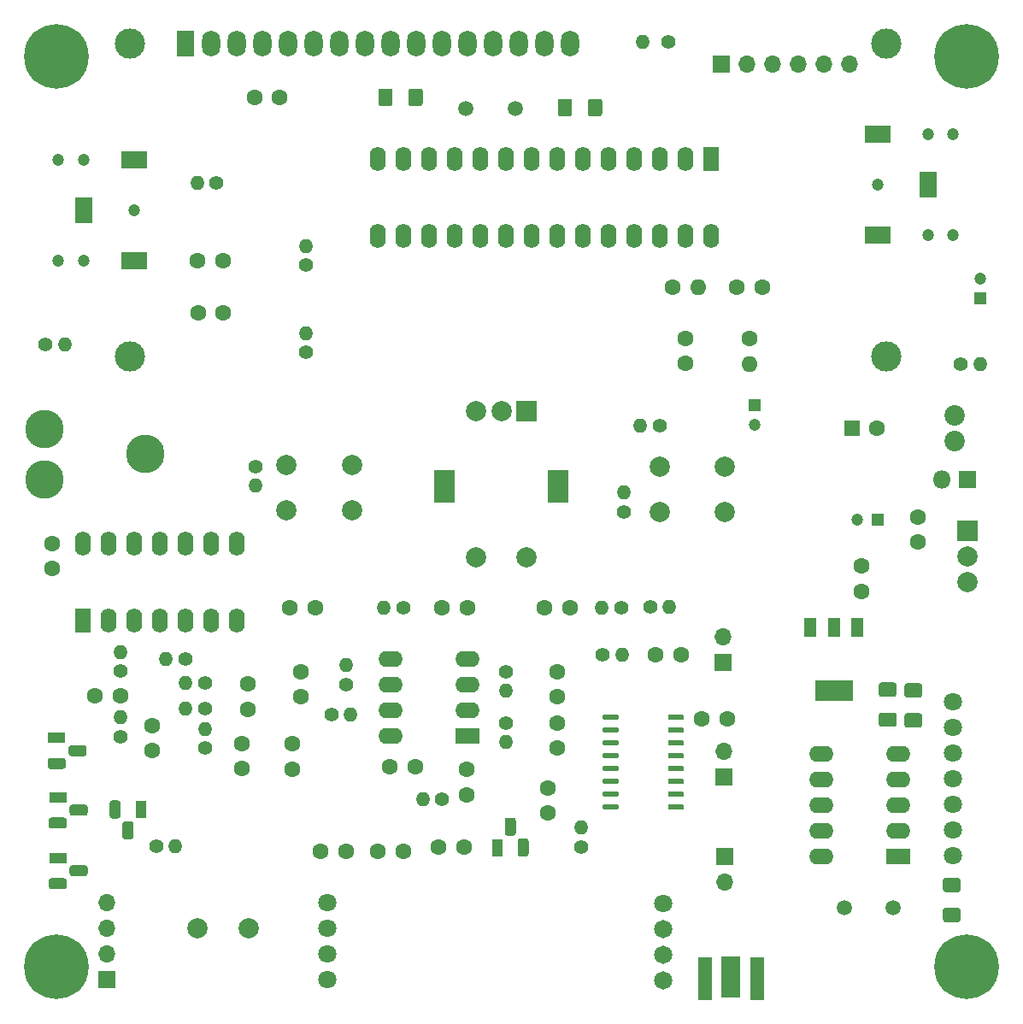
<source format=gts>
G04 #@! TF.GenerationSoftware,KiCad,Pcbnew,(5.1.6)-1*
G04 #@! TF.CreationDate,2020-07-28T21:05:54+05:30*
G04 #@! TF.ProjectId,SDR_SSB,5344525f-5353-4422-9e6b-696361645f70,rev?*
G04 #@! TF.SameCoordinates,Original*
G04 #@! TF.FileFunction,Soldermask,Top*
G04 #@! TF.FilePolarity,Negative*
%FSLAX46Y46*%
G04 Gerber Fmt 4.6, Leading zero omitted, Abs format (unit mm)*
G04 Created by KiCad (PCBNEW (5.1.6)-1) date 2020-07-28 21:05:54*
%MOMM*%
%LPD*%
G01*
G04 APERTURE LIST*
%ADD10O,1.400000X1.400000*%
%ADD11C,1.400000*%
%ADD12R,1.100000X1.800000*%
%ADD13C,1.600000*%
%ADD14O,1.700000X1.700000*%
%ADD15R,1.700000X1.700000*%
%ADD16R,1.800000X1.100000*%
%ADD17C,0.800000*%
%ADD18C,6.400000*%
%ADD19C,1.500000*%
%ADD20O,2.400000X1.600000*%
%ADD21R,2.400000X1.600000*%
%ADD22R,1.143000X1.905000*%
%ADD23R,3.683000X2.032000*%
%ADD24R,2.000000X2.000000*%
%ADD25C,2.000000*%
%ADD26R,2.000000X3.200000*%
%ADD27C,1.812700*%
%ADD28C,1.802540*%
%ADD29C,1.800000*%
%ADD30O,1.600000X2.400000*%
%ADD31R,1.600000X2.400000*%
%ADD32C,2.999999*%
%ADD33O,1.800000X2.600000*%
%ADD34R,1.800000X2.600000*%
%ADD35C,3.810000*%
%ADD36O,1.600000X1.600000*%
%ADD37C,2.020000*%
%ADD38R,1.905000X4.064000*%
%ADD39R,1.350000X4.200000*%
%ADD40O,1.800000X1.800000*%
%ADD41R,1.800000X1.800000*%
%ADD42C,1.200000*%
%ADD43R,1.800000X2.500000*%
%ADD44R,2.500000X1.800000*%
%ADD45R,1.200000X1.200000*%
%ADD46R,1.600000X1.600000*%
G04 APERTURE END LIST*
D10*
X108254800Y204927200D03*
D11*
X106354800Y204927200D03*
D12*
X104825800Y208603800D03*
G36*
G01*
X102835800Y209228800D02*
X102835800Y207978800D01*
G75*
G02*
X102560800Y207703800I-275000J0D01*
G01*
X102010800Y207703800D01*
G75*
G02*
X101735800Y207978800I0J275000D01*
G01*
X101735800Y209228800D01*
G75*
G02*
X102010800Y209503800I275000J0D01*
G01*
X102560800Y209503800D01*
G75*
G02*
X102835800Y209228800I0J-275000D01*
G01*
G37*
G36*
G01*
X104105800Y207158800D02*
X104105800Y205908800D01*
G75*
G02*
X103830800Y205633800I-275000J0D01*
G01*
X103280800Y205633800D01*
G75*
G02*
X103005800Y205908800I0J275000D01*
G01*
X103005800Y207158800D01*
G75*
G02*
X103280800Y207433800I275000J0D01*
G01*
X103830800Y207433800D01*
G75*
G02*
X104105800Y207158800I0J-275000D01*
G01*
G37*
X140157200Y204832000D03*
G36*
G01*
X142147200Y204207000D02*
X142147200Y205457000D01*
G75*
G02*
X142422200Y205732000I275000J0D01*
G01*
X142972200Y205732000D01*
G75*
G02*
X143247200Y205457000I0J-275000D01*
G01*
X143247200Y204207000D01*
G75*
G02*
X142972200Y203932000I-275000J0D01*
G01*
X142422200Y203932000D01*
G75*
G02*
X142147200Y204207000I0J275000D01*
G01*
G37*
G36*
G01*
X140877200Y206277000D02*
X140877200Y207527000D01*
G75*
G02*
X141152200Y207802000I275000J0D01*
G01*
X141702200Y207802000D01*
G75*
G02*
X141977200Y207527000I0J-275000D01*
G01*
X141977200Y206277000D01*
G75*
G02*
X141702200Y206002000I-275000J0D01*
G01*
X141152200Y206002000D01*
G75*
G02*
X140877200Y206277000I0J275000D01*
G01*
G37*
D13*
X136853300Y204863700D03*
X134353300Y204863700D03*
D14*
X175006000Y282448000D03*
X172466000Y282448000D03*
X169926000Y282448000D03*
X167386000Y282448000D03*
X164846000Y282448000D03*
D15*
X162306000Y282448000D03*
D16*
X96500000Y215700000D03*
G36*
G01*
X95875000Y213710000D02*
X97125000Y213710000D01*
G75*
G02*
X97400000Y213435000I0J-275000D01*
G01*
X97400000Y212885000D01*
G75*
G02*
X97125000Y212610000I-275000J0D01*
G01*
X95875000Y212610000D01*
G75*
G02*
X95600000Y212885000I0J275000D01*
G01*
X95600000Y213435000D01*
G75*
G02*
X95875000Y213710000I275000J0D01*
G01*
G37*
G36*
G01*
X97945000Y214980000D02*
X99195000Y214980000D01*
G75*
G02*
X99470000Y214705000I0J-275000D01*
G01*
X99470000Y214155000D01*
G75*
G02*
X99195000Y213880000I-275000J0D01*
G01*
X97945000Y213880000D01*
G75*
G02*
X97670000Y214155000I0J275000D01*
G01*
X97670000Y214705000D01*
G75*
G02*
X97945000Y214980000I275000J0D01*
G01*
G37*
D14*
X101447600Y199364600D03*
X101447600Y196824600D03*
X101447600Y194284600D03*
D15*
X101447600Y191744600D03*
D17*
X98191656Y194711656D03*
X96494600Y195414600D03*
X94797544Y194711656D03*
X94094600Y193014600D03*
X94797544Y191317544D03*
X96494600Y190614600D03*
X98191656Y191317544D03*
X98894600Y193014600D03*
D18*
X96494600Y193014600D03*
D17*
X188361656Y194711656D03*
X186664600Y195414600D03*
X184967544Y194711656D03*
X184264600Y193014600D03*
X184967544Y191317544D03*
X186664600Y190614600D03*
X188361656Y191317544D03*
X189064600Y193014600D03*
D18*
X186664600Y193014600D03*
D17*
X98191656Y284881656D03*
X96494600Y285584600D03*
X94797544Y284881656D03*
X94094600Y283184600D03*
X94797544Y281487544D03*
X96494600Y280784600D03*
X98191656Y281487544D03*
X98894600Y283184600D03*
D18*
X96494600Y283184600D03*
D17*
X188361656Y284881656D03*
X186664600Y285584600D03*
X184967544Y284881656D03*
X184264600Y283184600D03*
X184967544Y281487544D03*
X186664600Y280784600D03*
X188361656Y281487544D03*
X189064600Y283184600D03*
D18*
X186664600Y283184600D03*
D19*
X179378000Y198882000D03*
X174498000Y198882000D03*
D20*
X172212000Y203962000D03*
X179832000Y214122000D03*
X172212000Y206502000D03*
X179832000Y211582000D03*
X172212000Y209042000D03*
X179832000Y209042000D03*
X172212000Y211582000D03*
X179832000Y206502000D03*
X172212000Y214122000D03*
D21*
X179832000Y203962000D03*
D22*
X175782000Y226670000D03*
X173482000Y226670000D03*
X171182000Y226670000D03*
D23*
X173482000Y220370000D03*
G36*
G01*
X181981000Y219686500D02*
X180731000Y219686500D01*
G75*
G02*
X180481000Y219936500I0J250000D01*
G01*
X180481000Y220861500D01*
G75*
G02*
X180731000Y221111500I250000J0D01*
G01*
X181981000Y221111500D01*
G75*
G02*
X182231000Y220861500I0J-250000D01*
G01*
X182231000Y219936500D01*
G75*
G02*
X181981000Y219686500I-250000J0D01*
G01*
G37*
G36*
G01*
X181981000Y216711500D02*
X180731000Y216711500D01*
G75*
G02*
X180481000Y216961500I0J250000D01*
G01*
X180481000Y217886500D01*
G75*
G02*
X180731000Y218136500I250000J0D01*
G01*
X181981000Y218136500D01*
G75*
G02*
X182231000Y217886500I0J-250000D01*
G01*
X182231000Y216961500D01*
G75*
G02*
X181981000Y216711500I-250000J0D01*
G01*
G37*
G36*
G01*
X179441000Y219759500D02*
X178191000Y219759500D01*
G75*
G02*
X177941000Y220009500I0J250000D01*
G01*
X177941000Y220934500D01*
G75*
G02*
X178191000Y221184500I250000J0D01*
G01*
X179441000Y221184500D01*
G75*
G02*
X179691000Y220934500I0J-250000D01*
G01*
X179691000Y220009500D01*
G75*
G02*
X179441000Y219759500I-250000J0D01*
G01*
G37*
G36*
G01*
X179441000Y216784500D02*
X178191000Y216784500D01*
G75*
G02*
X177941000Y217034500I0J250000D01*
G01*
X177941000Y217959500D01*
G75*
G02*
X178191000Y218209500I250000J0D01*
G01*
X179441000Y218209500D01*
G75*
G02*
X179691000Y217959500I0J-250000D01*
G01*
X179691000Y217034500D01*
G75*
G02*
X179441000Y216784500I-250000J0D01*
G01*
G37*
G36*
G01*
X185791000Y200419000D02*
X184541000Y200419000D01*
G75*
G02*
X184291000Y200669000I0J250000D01*
G01*
X184291000Y201594000D01*
G75*
G02*
X184541000Y201844000I250000J0D01*
G01*
X185791000Y201844000D01*
G75*
G02*
X186041000Y201594000I0J-250000D01*
G01*
X186041000Y200669000D01*
G75*
G02*
X185791000Y200419000I-250000J0D01*
G01*
G37*
G36*
G01*
X185791000Y197444000D02*
X184541000Y197444000D01*
G75*
G02*
X184291000Y197694000I0J250000D01*
G01*
X184291000Y198619000D01*
G75*
G02*
X184541000Y198869000I250000J0D01*
G01*
X185791000Y198869000D01*
G75*
G02*
X186041000Y198619000I0J-250000D01*
G01*
X186041000Y197694000D01*
G75*
G02*
X185791000Y197444000I-250000J0D01*
G01*
G37*
G36*
G01*
X129781000Y279771000D02*
X129781000Y278521000D01*
G75*
G02*
X129531000Y278271000I-250000J0D01*
G01*
X128606000Y278271000D01*
G75*
G02*
X128356000Y278521000I0J250000D01*
G01*
X128356000Y279771000D01*
G75*
G02*
X128606000Y280021000I250000J0D01*
G01*
X129531000Y280021000D01*
G75*
G02*
X129781000Y279771000I0J-250000D01*
G01*
G37*
G36*
G01*
X132756000Y279771000D02*
X132756000Y278521000D01*
G75*
G02*
X132506000Y278271000I-250000J0D01*
G01*
X131581000Y278271000D01*
G75*
G02*
X131331000Y278521000I0J250000D01*
G01*
X131331000Y279771000D01*
G75*
G02*
X131581000Y280021000I250000J0D01*
G01*
X132506000Y280021000D01*
G75*
G02*
X132756000Y279771000I0J-250000D01*
G01*
G37*
G36*
G01*
X149111000Y277505000D02*
X149111000Y278755000D01*
G75*
G02*
X149361000Y279005000I250000J0D01*
G01*
X150286000Y279005000D01*
G75*
G02*
X150536000Y278755000I0J-250000D01*
G01*
X150536000Y277505000D01*
G75*
G02*
X150286000Y277255000I-250000J0D01*
G01*
X149361000Y277255000D01*
G75*
G02*
X149111000Y277505000I0J250000D01*
G01*
G37*
G36*
G01*
X146136000Y277505000D02*
X146136000Y278755000D01*
G75*
G02*
X146386000Y279005000I250000J0D01*
G01*
X147311000Y279005000D01*
G75*
G02*
X147561000Y278755000I0J-250000D01*
G01*
X147561000Y277505000D01*
G75*
G02*
X147311000Y277255000I-250000J0D01*
G01*
X146386000Y277255000D01*
G75*
G02*
X146136000Y277505000I0J250000D01*
G01*
G37*
D24*
X143040000Y248070000D03*
D25*
X140540000Y248070000D03*
X138040000Y248070000D03*
D26*
X146140000Y240570000D03*
X134940000Y240570000D03*
D25*
X143040000Y233570000D03*
X138040000Y233570000D03*
D16*
X96600000Y209800000D03*
G36*
G01*
X95975000Y207810000D02*
X97225000Y207810000D01*
G75*
G02*
X97500000Y207535000I0J-275000D01*
G01*
X97500000Y206985000D01*
G75*
G02*
X97225000Y206710000I-275000J0D01*
G01*
X95975000Y206710000D01*
G75*
G02*
X95700000Y206985000I0J275000D01*
G01*
X95700000Y207535000D01*
G75*
G02*
X95975000Y207810000I275000J0D01*
G01*
G37*
G36*
G01*
X98045000Y209080000D02*
X99295000Y209080000D01*
G75*
G02*
X99570000Y208805000I0J-275000D01*
G01*
X99570000Y208255000D01*
G75*
G02*
X99295000Y207980000I-275000J0D01*
G01*
X98045000Y207980000D01*
G75*
G02*
X97770000Y208255000I0J275000D01*
G01*
X97770000Y208805000D01*
G75*
G02*
X98045000Y209080000I275000J0D01*
G01*
G37*
G36*
G01*
X157050000Y217607500D02*
X157050000Y217882500D01*
G75*
G02*
X157187500Y218020000I137500J0D01*
G01*
X158512500Y218020000D01*
G75*
G02*
X158650000Y217882500I0J-137500D01*
G01*
X158650000Y217607500D01*
G75*
G02*
X158512500Y217470000I-137500J0D01*
G01*
X157187500Y217470000D01*
G75*
G02*
X157050000Y217607500I0J137500D01*
G01*
G37*
G36*
G01*
X157050000Y216337500D02*
X157050000Y216612500D01*
G75*
G02*
X157187500Y216750000I137500J0D01*
G01*
X158512500Y216750000D01*
G75*
G02*
X158650000Y216612500I0J-137500D01*
G01*
X158650000Y216337500D01*
G75*
G02*
X158512500Y216200000I-137500J0D01*
G01*
X157187500Y216200000D01*
G75*
G02*
X157050000Y216337500I0J137500D01*
G01*
G37*
G36*
G01*
X157050000Y215067500D02*
X157050000Y215342500D01*
G75*
G02*
X157187500Y215480000I137500J0D01*
G01*
X158512500Y215480000D01*
G75*
G02*
X158650000Y215342500I0J-137500D01*
G01*
X158650000Y215067500D01*
G75*
G02*
X158512500Y214930000I-137500J0D01*
G01*
X157187500Y214930000D01*
G75*
G02*
X157050000Y215067500I0J137500D01*
G01*
G37*
G36*
G01*
X157050000Y213797500D02*
X157050000Y214072500D01*
G75*
G02*
X157187500Y214210000I137500J0D01*
G01*
X158512500Y214210000D01*
G75*
G02*
X158650000Y214072500I0J-137500D01*
G01*
X158650000Y213797500D01*
G75*
G02*
X158512500Y213660000I-137500J0D01*
G01*
X157187500Y213660000D01*
G75*
G02*
X157050000Y213797500I0J137500D01*
G01*
G37*
G36*
G01*
X157050000Y212527500D02*
X157050000Y212802500D01*
G75*
G02*
X157187500Y212940000I137500J0D01*
G01*
X158512500Y212940000D01*
G75*
G02*
X158650000Y212802500I0J-137500D01*
G01*
X158650000Y212527500D01*
G75*
G02*
X158512500Y212390000I-137500J0D01*
G01*
X157187500Y212390000D01*
G75*
G02*
X157050000Y212527500I0J137500D01*
G01*
G37*
G36*
G01*
X157050000Y211257500D02*
X157050000Y211532500D01*
G75*
G02*
X157187500Y211670000I137500J0D01*
G01*
X158512500Y211670000D01*
G75*
G02*
X158650000Y211532500I0J-137500D01*
G01*
X158650000Y211257500D01*
G75*
G02*
X158512500Y211120000I-137500J0D01*
G01*
X157187500Y211120000D01*
G75*
G02*
X157050000Y211257500I0J137500D01*
G01*
G37*
G36*
G01*
X157050000Y209987500D02*
X157050000Y210262500D01*
G75*
G02*
X157187500Y210400000I137500J0D01*
G01*
X158512500Y210400000D01*
G75*
G02*
X158650000Y210262500I0J-137500D01*
G01*
X158650000Y209987500D01*
G75*
G02*
X158512500Y209850000I-137500J0D01*
G01*
X157187500Y209850000D01*
G75*
G02*
X157050000Y209987500I0J137500D01*
G01*
G37*
G36*
G01*
X157050000Y208717500D02*
X157050000Y208992500D01*
G75*
G02*
X157187500Y209130000I137500J0D01*
G01*
X158512500Y209130000D01*
G75*
G02*
X158650000Y208992500I0J-137500D01*
G01*
X158650000Y208717500D01*
G75*
G02*
X158512500Y208580000I-137500J0D01*
G01*
X157187500Y208580000D01*
G75*
G02*
X157050000Y208717500I0J137500D01*
G01*
G37*
G36*
G01*
X150550000Y208717500D02*
X150550000Y208992500D01*
G75*
G02*
X150687500Y209130000I137500J0D01*
G01*
X152012500Y209130000D01*
G75*
G02*
X152150000Y208992500I0J-137500D01*
G01*
X152150000Y208717500D01*
G75*
G02*
X152012500Y208580000I-137500J0D01*
G01*
X150687500Y208580000D01*
G75*
G02*
X150550000Y208717500I0J137500D01*
G01*
G37*
G36*
G01*
X150550000Y209987500D02*
X150550000Y210262500D01*
G75*
G02*
X150687500Y210400000I137500J0D01*
G01*
X152012500Y210400000D01*
G75*
G02*
X152150000Y210262500I0J-137500D01*
G01*
X152150000Y209987500D01*
G75*
G02*
X152012500Y209850000I-137500J0D01*
G01*
X150687500Y209850000D01*
G75*
G02*
X150550000Y209987500I0J137500D01*
G01*
G37*
G36*
G01*
X150550000Y211257500D02*
X150550000Y211532500D01*
G75*
G02*
X150687500Y211670000I137500J0D01*
G01*
X152012500Y211670000D01*
G75*
G02*
X152150000Y211532500I0J-137500D01*
G01*
X152150000Y211257500D01*
G75*
G02*
X152012500Y211120000I-137500J0D01*
G01*
X150687500Y211120000D01*
G75*
G02*
X150550000Y211257500I0J137500D01*
G01*
G37*
G36*
G01*
X150550000Y212527500D02*
X150550000Y212802500D01*
G75*
G02*
X150687500Y212940000I137500J0D01*
G01*
X152012500Y212940000D01*
G75*
G02*
X152150000Y212802500I0J-137500D01*
G01*
X152150000Y212527500D01*
G75*
G02*
X152012500Y212390000I-137500J0D01*
G01*
X150687500Y212390000D01*
G75*
G02*
X150550000Y212527500I0J137500D01*
G01*
G37*
G36*
G01*
X150550000Y213797500D02*
X150550000Y214072500D01*
G75*
G02*
X150687500Y214210000I137500J0D01*
G01*
X152012500Y214210000D01*
G75*
G02*
X152150000Y214072500I0J-137500D01*
G01*
X152150000Y213797500D01*
G75*
G02*
X152012500Y213660000I-137500J0D01*
G01*
X150687500Y213660000D01*
G75*
G02*
X150550000Y213797500I0J137500D01*
G01*
G37*
G36*
G01*
X150550000Y215067500D02*
X150550000Y215342500D01*
G75*
G02*
X150687500Y215480000I137500J0D01*
G01*
X152012500Y215480000D01*
G75*
G02*
X152150000Y215342500I0J-137500D01*
G01*
X152150000Y215067500D01*
G75*
G02*
X152012500Y214930000I-137500J0D01*
G01*
X150687500Y214930000D01*
G75*
G02*
X150550000Y215067500I0J137500D01*
G01*
G37*
G36*
G01*
X150550000Y216337500D02*
X150550000Y216612500D01*
G75*
G02*
X150687500Y216750000I137500J0D01*
G01*
X152012500Y216750000D01*
G75*
G02*
X152150000Y216612500I0J-137500D01*
G01*
X152150000Y216337500D01*
G75*
G02*
X152012500Y216200000I-137500J0D01*
G01*
X150687500Y216200000D01*
G75*
G02*
X150550000Y216337500I0J137500D01*
G01*
G37*
G36*
G01*
X150550000Y217607500D02*
X150550000Y217882500D01*
G75*
G02*
X150687500Y218020000I137500J0D01*
G01*
X152012500Y218020000D01*
G75*
G02*
X152150000Y217882500I0J-137500D01*
G01*
X152150000Y217607500D01*
G75*
G02*
X152012500Y217470000I-137500J0D01*
G01*
X150687500Y217470000D01*
G75*
G02*
X150550000Y217607500I0J137500D01*
G01*
G37*
D14*
X162534600Y225729800D03*
D15*
X162534600Y223189800D03*
D14*
X162620000Y214400000D03*
D15*
X162620000Y211860000D03*
D14*
X162661600Y201396600D03*
D15*
X162661600Y203936600D03*
D19*
X137020000Y278000000D03*
X141900000Y278000000D03*
D27*
X156591000Y196748400D03*
X156591000Y194208400D03*
D28*
X156591000Y199288400D03*
D27*
X156591000Y191668400D03*
D29*
X123317000Y191719200D03*
X123317000Y194259200D03*
X123317000Y196799200D03*
X123317000Y199339200D03*
D30*
X99060000Y234950000D03*
X114300000Y227330000D03*
X101600000Y234950000D03*
X111760000Y227330000D03*
X104140000Y234950000D03*
X109220000Y227330000D03*
X106680000Y234950000D03*
X106680000Y227330000D03*
X109220000Y234950000D03*
X104140000Y227330000D03*
X111760000Y234950000D03*
X101600000Y227330000D03*
X114300000Y234950000D03*
D31*
X99060000Y227330000D03*
D29*
X185318400Y204063600D03*
X185318400Y206603600D03*
X185318400Y209143600D03*
X185318400Y211683600D03*
X185318400Y214223600D03*
X185318400Y216763600D03*
X185318400Y219303600D03*
D20*
X129540000Y215900000D03*
X137160000Y223520000D03*
X129540000Y218440000D03*
X137160000Y220980000D03*
X129540000Y220980000D03*
X137160000Y218440000D03*
X129540000Y223520000D03*
D21*
X137160000Y215900000D03*
D32*
X178720000Y284480000D03*
X178719480Y253479300D03*
X103720900Y253479300D03*
X103720900Y284480000D03*
D33*
X147320000Y284480000D03*
X144780000Y284480000D03*
X142240000Y284480000D03*
X139700000Y284480000D03*
X137160000Y284480000D03*
X134620000Y284480000D03*
X132080000Y284480000D03*
X129540000Y284480000D03*
X127000000Y284480000D03*
X124460000Y284480000D03*
X121920000Y284480000D03*
X119380000Y284480000D03*
X116840000Y284480000D03*
X114300000Y284480000D03*
X111760000Y284480000D03*
D34*
X109220000Y284480000D03*
D30*
X161290000Y265430000D03*
X128270000Y273050000D03*
X158750000Y265430000D03*
X130810000Y273050000D03*
X156210000Y265430000D03*
X133350000Y273050000D03*
X153670000Y265430000D03*
X135890000Y273050000D03*
X151130000Y265430000D03*
X138430000Y273050000D03*
X148590000Y265430000D03*
X140970000Y273050000D03*
X146050000Y265430000D03*
X143510000Y273050000D03*
X143510000Y265430000D03*
X146050000Y273050000D03*
X140970000Y265430000D03*
X148590000Y273050000D03*
X138430000Y265430000D03*
X151130000Y273050000D03*
X135890000Y265430000D03*
X153670000Y273050000D03*
X133350000Y265430000D03*
X156210000Y273050000D03*
X130810000Y265430000D03*
X158750000Y273050000D03*
X128270000Y265430000D03*
D31*
X161290000Y273050000D03*
D25*
X186690000Y231140000D03*
X186690000Y233680000D03*
D24*
X186690000Y236220000D03*
D25*
X162710000Y242570000D03*
X162710000Y238070000D03*
X156210000Y242570000D03*
X156210000Y238070000D03*
X119240000Y238200000D03*
X119240000Y242700000D03*
X125740000Y238200000D03*
X125740000Y242700000D03*
D35*
X95250000Y241300000D03*
X105250000Y243800000D03*
X95250000Y246300000D03*
D10*
X148450300Y206801800D03*
D11*
X148450300Y204901800D03*
D10*
X110400000Y270700000D03*
D11*
X112300000Y270700000D03*
D10*
X187960000Y252730000D03*
D11*
X186060000Y252730000D03*
D10*
X154559000Y284607000D03*
D11*
X157099000Y284607000D03*
D10*
X97300000Y254700000D03*
D11*
X95400000Y254700000D03*
D10*
X121158000Y255798400D03*
D11*
X121158000Y253898400D03*
D10*
X121200000Y264400000D03*
D11*
X121200000Y262500000D03*
D10*
X154322700Y246634000D03*
D11*
X156222700Y246634000D03*
D10*
X152666700Y239986900D03*
D11*
X152666700Y238086900D03*
D10*
X116230400Y240695400D03*
D11*
X116230400Y242595400D03*
D10*
X102793800Y224200800D03*
D11*
X102793800Y222300800D03*
D10*
X102793800Y217728800D03*
D11*
X102793800Y215828800D03*
D10*
X109275800Y221157800D03*
D11*
X111175800Y221157800D03*
D10*
X107320000Y223520000D03*
D11*
X109220000Y223520000D03*
D10*
X111175800Y216580800D03*
D11*
X111175800Y214680800D03*
D10*
X109270800Y218617800D03*
D11*
X111170800Y218617800D03*
D10*
X140970000Y220350000D03*
D11*
X140970000Y222250000D03*
D10*
X140970000Y215270000D03*
D11*
X140970000Y217170000D03*
D10*
X132770800Y209651600D03*
D11*
X134670800Y209651600D03*
D10*
X128910000Y228600000D03*
D11*
X130810000Y228600000D03*
D10*
X125200000Y222900000D03*
D11*
X125200000Y221000000D03*
D10*
X125600000Y218000000D03*
D11*
X123700000Y218000000D03*
D10*
X157182900Y228701600D03*
D11*
X155282900Y228701600D03*
D10*
X150500000Y228600000D03*
D11*
X152400000Y228600000D03*
D10*
X152496600Y223926400D03*
D11*
X150596600Y223926400D03*
D16*
X96600000Y203800000D03*
G36*
G01*
X95975000Y201810000D02*
X97225000Y201810000D01*
G75*
G02*
X97500000Y201535000I0J-275000D01*
G01*
X97500000Y200985000D01*
G75*
G02*
X97225000Y200710000I-275000J0D01*
G01*
X95975000Y200710000D01*
G75*
G02*
X95700000Y200985000I0J275000D01*
G01*
X95700000Y201535000D01*
G75*
G02*
X95975000Y201810000I275000J0D01*
G01*
G37*
G36*
G01*
X98045000Y203080000D02*
X99295000Y203080000D01*
G75*
G02*
X99570000Y202805000I0J-275000D01*
G01*
X99570000Y202255000D01*
G75*
G02*
X99295000Y201980000I-275000J0D01*
G01*
X98045000Y201980000D01*
G75*
G02*
X97770000Y202255000I0J275000D01*
G01*
X97770000Y202805000D01*
G75*
G02*
X98045000Y203080000I275000J0D01*
G01*
G37*
D25*
X115544600Y196824600D03*
X110464600Y196824600D03*
D36*
X160020000Y260350000D03*
D13*
X157480000Y260350000D03*
D36*
X165100000Y252730000D03*
D13*
X165100000Y255270000D03*
D37*
X185420000Y247650000D03*
X185420000Y245110000D03*
D38*
X163271200Y192049400D03*
D39*
X165912800Y191871600D03*
X160756600Y191871600D03*
D40*
X184150000Y241300000D03*
D41*
X186690000Y241300000D03*
D42*
X96640000Y262970000D03*
X99140000Y262970000D03*
X96640000Y272970000D03*
X99140000Y272970000D03*
X104140000Y267970000D03*
D43*
X99140000Y267970000D03*
D44*
X104140000Y262970000D03*
X104140000Y272970000D03*
D42*
X185300000Y275510000D03*
X182800000Y275510000D03*
X185300000Y265510000D03*
X182800000Y265510000D03*
X177800000Y270510000D03*
D43*
X182800000Y270510000D03*
D44*
X177800000Y275510000D03*
X177800000Y265510000D03*
D13*
X132014600Y212826600D03*
X129514600Y212826600D03*
X96062800Y232475400D03*
X96062800Y234975400D03*
X125143900Y204482700D03*
X122643900Y204482700D03*
X130833500Y204482700D03*
X128333500Y204482700D03*
X100293800Y219887800D03*
X102793800Y219887800D03*
X145173700Y210729200D03*
X145173700Y208229200D03*
X105968800Y216926800D03*
X105968800Y214426800D03*
X146050000Y219750000D03*
X146050000Y222250000D03*
X146050000Y214670000D03*
X146050000Y217170000D03*
X144820000Y228600000D03*
X147320000Y228600000D03*
X158329000Y223951800D03*
X155829000Y223951800D03*
X162926400Y217563700D03*
X160426400Y217563700D03*
X120650000Y219750000D03*
X120650000Y222250000D03*
X119811800Y215123400D03*
X119811800Y212623400D03*
X137134600Y212572600D03*
X137134600Y210072600D03*
X134660000Y228600000D03*
X137160000Y228600000D03*
X119597800Y228600000D03*
X122097800Y228600000D03*
X115417600Y221041600D03*
X115417600Y218541600D03*
X114858800Y215148800D03*
X114858800Y212648800D03*
X112977300Y262978900D03*
X110477300Y262978900D03*
X112990000Y257810000D03*
X110490000Y257810000D03*
D42*
X187960000Y261207000D03*
D45*
X187960000Y259207000D03*
D13*
X118600000Y279100000D03*
X116100000Y279100000D03*
X166370000Y260350000D03*
X163870000Y260350000D03*
X158750000Y255270000D03*
X158750000Y252770000D03*
D42*
X165608000Y246666000D03*
D45*
X165608000Y248666000D03*
D42*
X175800000Y237300000D03*
D45*
X177800000Y237300000D03*
D13*
X176200000Y232700000D03*
X176200000Y230200000D03*
X181800000Y237600000D03*
X181800000Y235100000D03*
X177760000Y246380000D03*
D46*
X175260000Y246380000D03*
M02*

</source>
